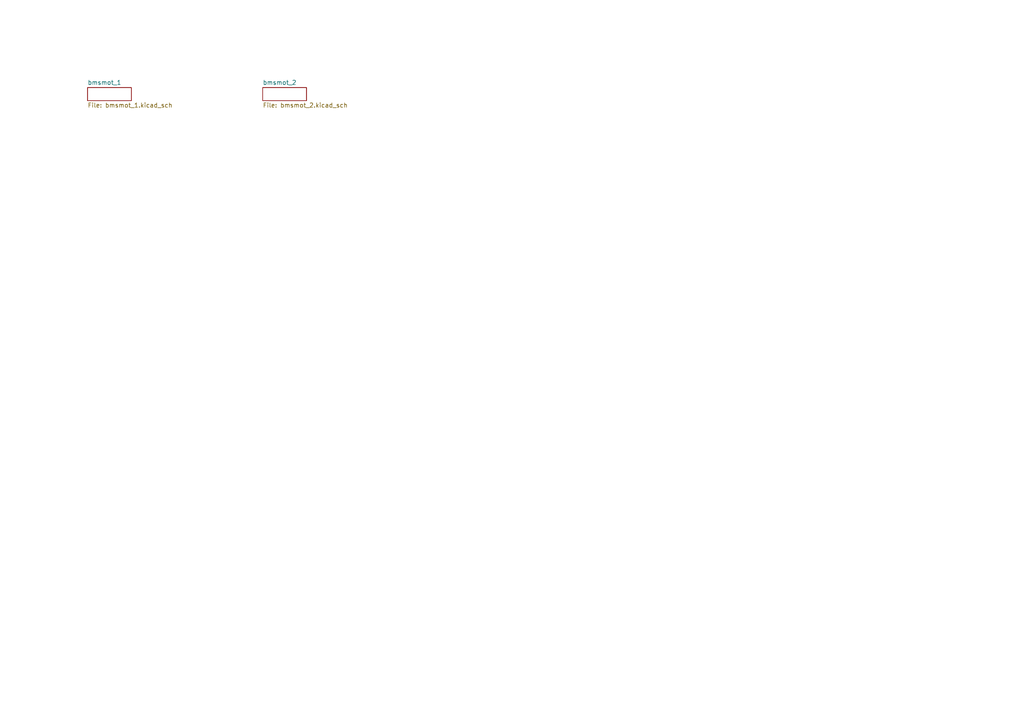
<source format=kicad_sch>
(kicad_sch
	(version 20250114)
	(generator "eeschema")
	(generator_version "9.0")
	(uuid "88ec3d61-98c9-4664-943a-fed32c4cb3e8")
	(paper "A4")
	(lib_symbols)
	(sheet
		(at 76.2 25.4)
		(size 12.7 3.81)
		(exclude_from_sim no)
		(in_bom yes)
		(on_board yes)
		(dnp no)
		(fields_autoplaced yes)
		(stroke
			(width 0)
			(type solid)
		)
		(fill
			(color 0 0 0 0.0000)
		)
		(uuid "3a61cf65-b191-4823-bd5d-f664a536e9f9")
		(property "Sheetname" "bmsmot_2"
			(at 76.2 24.6884 0)
			(effects
				(font
					(size 1.27 1.27)
				)
				(justify left bottom)
			)
		)
		(property "Sheetfile" "bmsmot_2.kicad_sch"
			(at 76.2 29.7946 0)
			(effects
				(font
					(size 1.27 1.27)
				)
				(justify left top)
			)
		)
		(instances
			(project "bmsmot"
				(path "/88ec3d61-98c9-4664-943a-fed32c4cb3e8"
					(page "2")
				)
			)
		)
	)
	(sheet
		(at 25.4 25.4)
		(size 12.7 3.81)
		(exclude_from_sim no)
		(in_bom yes)
		(on_board yes)
		(dnp no)
		(fields_autoplaced yes)
		(stroke
			(width 0)
			(type solid)
		)
		(fill
			(color 0 0 0 0.0000)
		)
		(uuid "c61207aa-c85e-45cc-b55a-49cf4d12f2cf")
		(property "Sheetname" "bmsmot_1"
			(at 25.4 24.6884 0)
			(effects
				(font
					(size 1.27 1.27)
				)
				(justify left bottom)
			)
		)
		(property "Sheetfile" "bmsmot_1.kicad_sch"
			(at 25.4 29.7946 0)
			(effects
				(font
					(size 1.27 1.27)
				)
				(justify left top)
			)
		)
		(instances
			(project "bmsmot"
				(path "/88ec3d61-98c9-4664-943a-fed32c4cb3e8"
					(page "1")
				)
			)
		)
	)
	(sheet_instances
		(path "/"
			(page "1")
		)
	)
	(embedded_fonts no)
)

</source>
